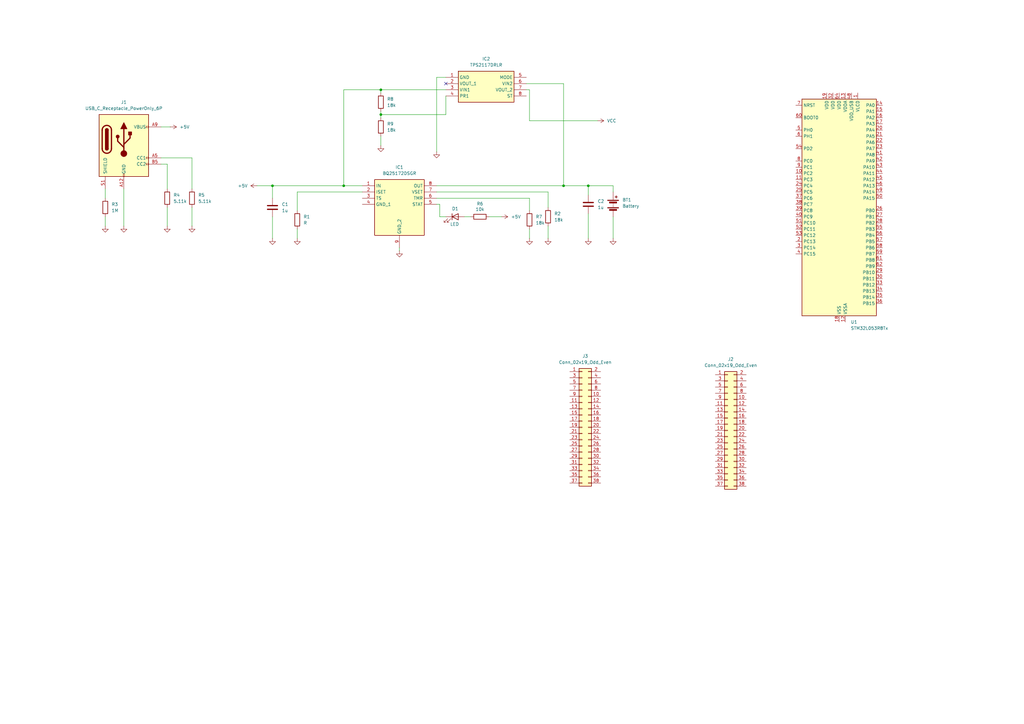
<source format=kicad_sch>
(kicad_sch (version 20231120) (generator "eeschema") (generator_version "8.0")
  (paper "A3")
  (lib_symbols
    (symbol "BQ25172DSGR:BQ25172DSGR"
      (property "Reference" "IC" (at 26.67 7.62 0))
      (property "Value" "BQ25172DSGR" (at 26.67 5.08 0))
      (symbol "BQ25172DSGR_1_1"
        (rectangle (start 5.08 2.54) (end 25.4 -20.32) (stroke (width 0.254)) (fill (type background)))
        (pin passive line (at 0 0 0) (length 5.08) (name "IN") (number "1"))
        (pin passive line (at 0 -2.54 0) (length 5.08) (name "ISET") (number "2"))
        (pin passive line (at 0 -5.08 0) (length 5.08) (name "TS") (number "3"))
        (pin passive line (at 0 -7.62 0) (length 5.08) (name "GND_1") (number "4"))
        (pin passive line (at 30.48 -7.62 180) (length 5.08) (name "STAT") (number "5"))
        (pin passive line (at 30.48 -5.08 180) (length 5.08) (name "TMR") (number "6"))
        (pin passive line (at 30.48 -2.54 180) (length 5.08) (name "VSET") (number "7"))
        (pin passive line (at 30.48 0 180) (length 5.08) (name "OUT") (number "8"))
        (pin passive line (at 15.24 -25.4 90) (length 5.08) (name "GND_2") (number "9"))
      )
    )
    (symbol "Connector:USB_C_Receptacle_PowerOnly_6P" (pin_names (offset 1.016))
      (property "Reference" "J" (at 0 16.51 0))
      (property "Value" "USB_C_Receptacle_PowerOnly_6P" (at 0 13.97 0))
      (symbol "USB_C_Receptacle_PowerOnly_6P_0_0"
        (rectangle (start -0.254 -12.7) (end 0.254 -11.684))
        (rectangle (start 10.16 -7.366) (end 9.144 -7.874))
        (rectangle (start 10.16 -4.826) (end 9.144 -5.334))
        (rectangle (start 10.16 7.874) (end 9.144 7.366))
      )
      (symbol "USB_C_Receptacle_PowerOnly_6P_0_1"
        (rectangle (start -10.16 12.7) (end 10.16 -12.7) (stroke (width 0.254)) (fill (type background)))
        (arc (start -8.89 -1.27) (mid -6.985 -3.1667) (end -5.08 -1.27) (stroke (width 0.508)))
        (arc (start -7.62 -1.27) (mid -6.985 -1.9023) (end -6.35 -1.27) (stroke (width 0.254)))
        (arc (start -7.62 -1.27) (mid -6.985 -1.9023) (end -6.35 -1.27) (stroke (width 0.254)) (fill (type outline)))
        (rectangle (start -7.62 -1.27) (end -6.35 6.35) (stroke (width 0.254)) (fill (type outline)))
        (arc (start -6.35 6.35) (mid -6.985 6.9823) (end -7.62 6.35) (stroke (width 0.254)))
        (arc (start -6.35 6.35) (mid -6.985 6.9823) (end -7.62 6.35) (stroke (width 0.254)) (fill (type outline)))
        (arc (start -5.08 6.35) (mid -6.985 8.2467) (end -8.89 6.35) (stroke (width 0.508)))
        (circle (center -2.54 3.683) (radius 0.635) (stroke (width 0.254)) (fill (type outline)))
        (circle (center 0 -3.302) (radius 1.27) (fill (type outline)))
        (polyline (pts (xy -8.89 -1.27) (xy -8.89 6.35)) (stroke (width 0.508)))
        (polyline (pts (xy -5.08 6.35) (xy -5.08 -1.27)) (stroke (width 0.508)))
        (polyline (pts (xy 0 -3.302) (xy 0 6.858)) (stroke (width 0.508)))
        (polyline (pts (xy 0 -0.762) (xy -2.54 1.778) (xy -2.54 3.048)) (stroke (width 0.508)))
        (polyline (pts (xy 0 0.508) (xy 2.54 3.048) (xy 2.54 4.318)) (stroke (width 0.508)))
        (polyline (pts (xy -1.27 6.858) (xy 0 9.398) (xy 1.27 6.858) (xy -1.27 6.858)) (stroke (width 0.254)) (fill (type outline)))
        (rectangle (start 1.905 4.318) (end 3.175 5.588) (stroke (width 0.254)) (fill (type outline)))
      )
      (symbol "USB_C_Receptacle_PowerOnly_6P_1_1"
        (pin passive line (at 0 -17.78 90) (length 5.08) (name "GND") (number "A12"))
        (pin bidirectional line (at 15.24 -5.08 180) (length 5.08) (name "CC1") (number "A5"))
        (pin passive line (at 15.24 7.62 180) (length 5.08) (name "VBUS") (number "A9"))
        (pin passive line (at 0 -17.78 90) (length 5.08) hide (name "GND") (number "B12"))
        (pin bidirectional line (at 15.24 -7.62 180) (length 5.08) (name "CC2") (number "B5"))
        (pin passive line (at 15.24 7.62 180) (length 5.08) hide (name "VBUS") (number "B9"))
        (pin passive line (at -7.62 -17.78 90) (length 5.08) (name "SHIELD") (number "S1"))
      )
    )
    (symbol "Connector_Generic:Conn_02x19_Odd_Even" (pin_names (offset 1.016) hide)
      (property "Reference" "J" (at 1.27 25.4 0))
      (property "Value" "Conn_02x19_Odd_Even" (at 1.27 -25.4 0))
      (symbol "Conn_02x19_Odd_Even_1_1"
        (rectangle (start -1.27 -22.733) (end 0 -22.987) (stroke (width 0.1524)))
        (rectangle (start -1.27 -20.193) (end 0 -20.447) (stroke (width 0.1524)))
        (rectangle (start -1.27 -17.653) (end 0 -17.907) (stroke (width 0.1524)))
        (rectangle (start -1.27 -15.113) (end 0 -15.367) (stroke (width 0.1524)))
        (rectangle (start -1.27 -12.573) (end 0 -12.827) (stroke (width 0.1524)))
        (rectangle (start -1.27 -10.033) (end 0 -10.287) (stroke (width 0.1524)))
        (rectangle (start -1.27 -7.493) (end 0 -7.747) (stroke (width 0.1524)))
        (rectangle (start -1.27 -4.953) (end 0 -5.207) (stroke (width 0.1524)))
        (rectangle (start -1.27 -2.413) (end 0 -2.667) (stroke (width 0.1524)))
        (rectangle (start -1.27 0.127) (end 0 -0.127) (stroke (width 0.1524)))
        (rectangle (start -1.27 2.667) (end 0 2.413) (stroke (width 0.1524)))
        (rectangle (start -1.27 5.207) (end 0 4.953) (stroke (width 0.1524)))
        (rectangle (start -1.27 7.747) (end 0 7.493) (stroke (width 0.1524)))
        (rectangle (start -1.27 10.287) (end 0 10.033) (stroke (width 0.1524)))
        (rectangle (start -1.27 12.827) (end 0 12.573) (stroke (width 0.1524)))
        (rectangle (start -1.27 15.367) (end 0 15.113) (stroke (width 0.1524)))
        (rectangle (start -1.27 17.907) (end 0 17.653) (stroke (width 0.1524)))
        (rectangle (start -1.27 20.447) (end 0 20.193) (stroke (width 0.1524)))
        (rectangle (start -1.27 22.987) (end 0 22.733) (stroke (width 0.1524)))
        (rectangle (start -1.27 24.13) (end 3.81 -24.13) (stroke (width 0.254)) (fill (type background)))
        (rectangle (start 3.81 -22.733) (end 2.54 -22.987) (stroke (width 0.1524)))
        (rectangle (start 3.81 -20.193) (end 2.54 -20.447) (stroke (width 0.1524)))
        (rectangle (start 3.81 -17.653) (end 2.54 -17.907) (stroke (width 0.1524)))
        (rectangle (start 3.81 -15.113) (end 2.54 -15.367) (stroke (width 0.1524)))
        (rectangle (start 3.81 -12.573) (end 2.54 -12.827) (stroke (width 0.1524)))
        (rectangle (start 3.81 -10.033) (end 2.54 -10.287) (stroke (width 0.1524)))
        (rectangle (start 3.81 -7.493) (end 2.54 -7.747) (stroke (width 0.1524)))
        (rectangle (start 3.81 -4.953) (end 2.54 -5.207) (stroke (width 0.1524)))
        (rectangle (start 3.81 -2.413) (end 2.54 -2.667) (stroke (width 0.1524)))
        (rectangle (start 3.81 0.127) (end 2.54 -0.127) (stroke (width 0.1524)))
        (rectangle (start 3.81 2.667) (end 2.54 2.413) (stroke (width 0.1524)))
        (rectangle (start 3.81 5.207) (end 2.54 4.953) (stroke (width 0.1524)))
        (rectangle (start 3.81 7.747) (end 2.54 7.493) (stroke (width 0.1524)))
        (rectangle (start 3.81 10.287) (end 2.54 10.033) (stroke (width 0.1524)))
        (rectangle (start 3.81 12.827) (end 2.54 12.573) (stroke (width 0.1524)))
        (rectangle (start 3.81 15.367) (end 2.54 15.113) (stroke (width 0.1524)))
        (rectangle (start 3.81 17.907) (end 2.54 17.653) (stroke (width 0.1524)))
        (rectangle (start 3.81 20.447) (end 2.54 20.193) (stroke (width 0.1524)))
        (rectangle (start 3.81 22.987) (end 2.54 22.733) (stroke (width 0.1524)))
        (pin passive line (at -5.08 22.86 0) (length 3.81) (name "Pin_1") (number "1"))
        (pin passive line (at 7.62 12.7 180) (length 3.81) (name "Pin_10") (number "10"))
        (pin passive line (at -5.08 10.16 0) (length 3.81) (name "Pin_11") (number "11"))
        (pin passive line (at 7.62 10.16 180) (length 3.81) (name "Pin_12") (number "12"))
        (pin passive line (at -5.08 7.62 0) (length 3.81) (name "Pin_13") (number "13"))
        (pin passive line (at 7.62 7.62 180) (length 3.81) (name "Pin_14") (number "14"))
        (pin passive line (at -5.08 5.08 0) (length 3.81) (name "Pin_15") (number "15"))
        (pin passive line (at 7.62 5.08 180) (length 3.81) (name "Pin_16") (number "16"))
        (pin passive line (at -5.08 2.54 0) (length 3.81) (name "Pin_17") (number "17"))
        (pin passive line (at 7.62 2.54 180) (length 3.81) (name "Pin_18") (number "18"))
        (pin passive line (at -5.08 0 0) (length 3.81) (name "Pin_19") (number "19"))
        (pin passive line (at 7.62 22.86 180) (length 3.81) (name "Pin_2") (number "2"))
        (pin passive line (at 7.62 0 180) (length 3.81) (name "Pin_20") (number "20"))
        (pin passive line (at -5.08 -2.54 0) (length 3.81) (name "Pin_21") (number "21"))
        (pin passive line (at 7.62 -2.54 180) (length 3.81) (name "Pin_22") (number "22"))
        (pin passive line (at -5.08 -5.08 0) (length 3.81) (name "Pin_23") (number "23"))
        (pin passive line (at 7.62 -5.08 180) (length 3.81) (name "Pin_24") (number "24"))
        (pin passive line (at -5.08 -7.62 0) (length 3.81) (name "Pin_25") (number "25"))
        (pin passive line (at 7.62 -7.62 180) (length 3.81) (name "Pin_26") (number "26"))
        (pin passive line (at -5.08 -10.16 0) (length 3.81) (name "Pin_27") (number "27"))
        (pin passive line (at 7.62 -10.16 180) (length 3.81) (name "Pin_28") (number "28"))
        (pin passive line (at -5.08 -12.7 0) (length 3.81) (name "Pin_29") (number "29"))
        (pin passive line (at -5.08 20.32 0) (length 3.81) (name "Pin_3") (number "3"))
        (pin passive line (at 7.62 -12.7 180) (length 3.81) (name "Pin_30") (number "30"))
        (pin passive line (at -5.08 -15.24 0) (length 3.81) (name "Pin_31") (number "31"))
        (pin passive line (at 7.62 -15.24 180) (length 3.81) (name "Pin_32") (number "32"))
        (pin passive line (at -5.08 -17.78 0) (length 3.81) (name "Pin_33") (number "33"))
        (pin passive line (at 7.62 -17.78 180) (length 3.81) (name "Pin_34") (number "34"))
        (pin passive line (at -5.08 -20.32 0) (length 3.81) (name "Pin_35") (number "35"))
        (pin passive line (at 7.62 -20.32 180) (length 3.81) (name "Pin_36") (number "36"))
        (pin passive line (at -5.08 -22.86 0) (length 3.81) (name "Pin_37") (number "37"))
        (pin passive line (at 7.62 -22.86 180) (length 3.81) (name "Pin_38") (number "38"))
        (pin passive line (at 7.62 20.32 180) (length 3.81) (name "Pin_4") (number "4"))
        (pin passive line (at -5.08 17.78 0) (length 3.81) (name "Pin_5") (number "5"))
        (pin passive line (at 7.62 17.78 180) (length 3.81) (name "Pin_6") (number "6"))
        (pin passive line (at -5.08 15.24 0) (length 3.81) (name "Pin_7") (number "7"))
        (pin passive line (at 7.62 15.24 180) (length 3.81) (name "Pin_8") (number "8"))
        (pin passive line (at -5.08 12.7 0) (length 3.81) (name "Pin_9") (number "9"))
      )
    )
    (symbol "Device:Battery" (pin_numbers hide) (pin_names (offset 0) hide)
      (property "Reference" "BT" (at 2.54 2.54 0))
      (property "Value" "Battery" (at 2.54 0 0))
      (symbol "Battery_0_1"
        (rectangle (start -2.286 -1.27) (end 2.286 -1.524) (fill (type outline)))
        (rectangle (start -2.286 1.778) (end 2.286 1.524) (fill (type outline)))
        (rectangle (start -1.524 -2.032) (end 1.524 -2.54) (fill (type outline)))
        (rectangle (start -1.524 1.016) (end 1.524 0.508) (fill (type outline)))
        (polyline (pts (xy 0 -1.016) (xy 0 -0.762)))
        (polyline (pts (xy 0 -0.508) (xy 0 -0.254)))
        (polyline (pts (xy 0 0) (xy 0 0.254)))
        (polyline (pts (xy 0 1.778) (xy 0 2.54)))
        (polyline (pts (xy 0.762 3.048) (xy 1.778 3.048)) (stroke (width 0.254)))
        (polyline (pts (xy 1.27 3.556) (xy 1.27 2.54)) (stroke (width 0.254)))
      )
      (symbol "Battery_1_1"
        (pin passive line (at 0 5.08 270) (length 2.54) (name "+") (number "1"))
        (pin passive line (at 0 -5.08 90) (length 2.54) (name "-") (number "2"))
      )
    )
    (symbol "Device:C" (pin_numbers hide) (pin_names (offset 0.254))
      (property "Reference" "C" (at 0.635 2.54 0))
      (property "Value" "C" (at 0.635 -2.54 0))
      (symbol "C_0_1"
        (polyline (pts (xy -2.032 -0.762) (xy 2.032 -0.762)) (stroke (width 0.508)))
        (polyline (pts (xy -2.032 0.762) (xy 2.032 0.762)) (stroke (width 0.508)))
      )
      (symbol "C_1_1"
        (pin passive line (at 0 3.81 270) (length 2.794) (name "~") (number "1"))
        (pin passive line (at 0 -3.81 90) (length 2.794) (name "~") (number "2"))
      )
    )
    (symbol "Device:LED" (pin_numbers hide) (pin_names (offset 1.016) hide)
      (property "Reference" "D" (at 0 2.54 0))
      (property "Value" "LED" (at 0 -2.54 0))
      (symbol "LED_0_1"
        (polyline (pts (xy -1.27 -1.27) (xy -1.27 1.27)) (stroke (width 0.254)))
        (polyline (pts (xy -1.27 0) (xy 1.27 0)))
        (polyline (pts (xy 1.27 -1.27) (xy 1.27 1.27) (xy -1.27 0) (xy 1.27 -1.27)) (stroke (width 0.254)))
        (polyline (pts (xy -3.048 -0.762) (xy -4.572 -2.286) (xy -3.81 -2.286) (xy -4.572 -2.286) (xy -4.572 -1.524)))
        (polyline (pts (xy -1.778 -0.762) (xy -3.302 -2.286) (xy -2.54 -2.286) (xy -3.302 -2.286) (xy -3.302 -1.524)))
      )
      (symbol "LED_1_1"
        (pin passive line (at -3.81 0 0) (length 2.54) (name "K") (number "1"))
        (pin passive line (at 3.81 0 180) (length 2.54) (name "A") (number "2"))
      )
    )
    (symbol "Device:R" (pin_numbers hide) (pin_names (offset 0))
      (property "Reference" "R" (at 2.032 0 90))
      (property "Value" "R" (at 0 0 90))
      (symbol "R_0_1"
        (rectangle (start -1.016 -2.54) (end 1.016 2.54) (stroke (width 0.254)))
      )
      (symbol "R_1_1"
        (pin passive line (at 0 3.81 270) (length 1.27) (name "~") (number "1"))
        (pin passive line (at 0 -3.81 90) (length 1.27) (name "~") (number "2"))
      )
    )
    (symbol "MCU_ST_STM32L0:STM32L053R8Tx"
      (property "Reference" "U" (at -15.24 46.99 0))
      (property "Value" "STM32L053R8Tx" (at 10.16 46.99 0))
      (symbol "STM32L053R8Tx_0_1"
        (rectangle (start -15.24 -43.18) (end 15.24 45.72) (stroke (width 0.254)) (fill (type background)))
      )
      (symbol "STM32L053R8Tx_1_1"
        (pin power_in line (at 7.62 48.26 270) (length 2.54) (name "VLCD") (number "1"))
        (pin bidirectional line (at -17.78 15.24 0) (length 2.54) (name "PC2") (number "10"))
        (pin bidirectional line (at -17.78 12.7 0) (length 2.54) (name "PC3") (number "11"))
        (pin power_in line (at 2.54 -45.72 90) (length 2.54) (name "VSSA") (number "12"))
        (pin power_in line (at 2.54 48.26 270) (length 2.54) (name "VDDA") (number "13"))
        (pin bidirectional line (at 17.78 43.18 180) (length 2.54) (name "PA0") (number "14"))
        (pin bidirectional line (at 17.78 40.64 180) (length 2.54) (name "PA1") (number "15"))
        (pin bidirectional line (at 17.78 38.1 180) (length 2.54) (name "PA2") (number "16"))
        (pin bidirectional line (at 17.78 35.56 180) (length 2.54) (name "PA3") (number "17"))
        (pin power_in line (at 0 -45.72 90) (length 2.54) (name "VSS") (number "18"))
        (pin power_in line (at -5.08 48.26 270) (length 2.54) (name "VDD") (number "19"))
        (pin bidirectional line (at -17.78 -12.7 0) (length 2.54) (name "PC13") (number "2"))
        (pin bidirectional line (at 17.78 33.02 180) (length 2.54) (name "PA4") (number "20"))
        (pin bidirectional line (at 17.78 30.48 180) (length 2.54) (name "PA5") (number "21"))
        (pin bidirectional line (at 17.78 27.94 180) (length 2.54) (name "PA6") (number "22"))
        (pin bidirectional line (at 17.78 25.4 180) (length 2.54) (name "PA7") (number "23"))
        (pin bidirectional line (at -17.78 10.16 0) (length 2.54) (name "PC4") (number "24"))
        (pin bidirectional line (at -17.78 7.62 0) (length 2.54) (name "PC5") (number "25"))
        (pin bidirectional line (at 17.78 0 180) (length 2.54) (name "PB0") (number "26"))
        (pin bidirectional line (at 17.78 -2.54 180) (length 2.54) (name "PB1") (number "27"))
        (pin bidirectional line (at 17.78 -5.08 180) (length 2.54) (name "PB2") (number "28"))
        (pin bidirectional line (at 17.78 -25.4 180) (length 2.54) (name "PB10") (number "29"))
        (pin bidirectional line (at -17.78 -15.24 0) (length 2.54) (name "PC14") (number "3"))
        (pin bidirectional line (at 17.78 -27.94 180) (length 2.54) (name "PB11") (number "30"))
        (pin passive line (at 0 -45.72 90) (length 2.54) hide (name "VSS") (number "31"))
        (pin power_in line (at -2.54 48.26 270) (length 2.54) (name "VDD") (number "32"))
        (pin bidirectional line (at 17.78 -30.48 180) (length 2.54) (name "PB12") (number "33"))
        (pin bidirectional line (at 17.78 -33.02 180) (length 2.54) (name "PB13") (number "34"))
        (pin bidirectional line (at 17.78 -35.56 180) (length 2.54) (name "PB14") (number "35"))
        (pin bidirectional line (at 17.78 -38.1 180) (length 2.54) (name "PB15") (number "36"))
        (pin bidirectional line (at -17.78 5.08 0) (length 2.54) (name "PC6") (number "37"))
        (pin bidirectional line (at -17.78 2.54 0) (length 2.54) (name "PC7") (number "38"))
        (pin bidirectional line (at -17.78 0 0) (length 2.54) (name "PC8") (number "39"))
        (pin bidirectional line (at -17.78 -17.78 0) (length 2.54) (name "PC15") (number "4"))
        (pin bidirectional line (at -17.78 -2.54 0) (length 2.54) (name "PC9") (number "40"))
        (pin bidirectional line (at 17.78 22.86 180) (length 2.54) (name "PA8") (number "41"))
        (pin bidirectional line (at 17.78 20.32 180) (length 2.54) (name "PA9") (number "42"))
        (pin bidirectional line (at 17.78 17.78 180) (length 2.54) (name "PA10") (number "43"))
        (pin bidirectional line (at 17.78 15.24 180) (length 2.54) (name "PA11") (number "44"))
        (pin bidirectional line (at 17.78 12.7 180) (length 2.54) (name "PA12") (number "45"))
        (pin bidirectional line (at 17.78 10.16 180) (length 2.54) (name "PA13") (number "46"))
        (pin passive line (at 0 -45.72 90) (length 2.54) hide (name "VSS") (number "47"))
        (pin power_in line (at 5.08 48.26 270) (length 2.54) (name "VDD_USB") (number "48"))
        (pin bidirectional line (at 17.78 7.62 180) (length 2.54) (name "PA14") (number "49"))
        (pin bidirectional line (at -17.78 33.02 0) (length 2.54) (name "PH0") (number "5"))
        (pin bidirectional line (at 17.78 5.08 180) (length 2.54) (name "PA15") (number "50"))
        (pin bidirectional line (at -17.78 -5.08 0) (length 2.54) (name "PC10") (number "51"))
        (pin bidirectional line (at -17.78 -7.62 0) (length 2.54) (name "PC11") (number "52"))
        (pin bidirectional line (at -17.78 -10.16 0) (length 2.54) (name "PC12") (number "53"))
        (pin bidirectional line (at -17.78 25.4 0) (length 2.54) (name "PD2") (number "54"))
        (pin bidirectional line (at 17.78 -7.62 180) (length 2.54) (name "PB3") (number "55"))
        (pin bidirectional line (at 17.78 -10.16 180) (length 2.54) (name "PB4") (number "56"))
        (pin bidirectional line (at 17.78 -12.7 180) (length 2.54) (name "PB5") (number "57"))
        (pin bidirectional line (at 17.78 -15.24 180) (length 2.54) (name "PB6") (number "58"))
        (pin bidirectional line (at 17.78 -17.78 180) (length 2.54) (name "PB7") (number "59"))
        (pin bidirectional line (at -17.78 30.48 0) (length 2.54) (name "PH1") (number "6"))
        (pin input line (at -17.78 38.1 0) (length 2.54) (name "BOOT0") (number "60"))
        (pin bidirectional line (at 17.78 -20.32 180) (length 2.54) (name "PB8") (number "61"))
        (pin bidirectional line (at 17.78 -22.86 180) (length 2.54) (name "PB9") (number "62"))
        (pin passive line (at 0 -45.72 90) (length 2.54) hide (name "VSS") (number "63"))
        (pin power_in line (at 0 48.26 270) (length 2.54) (name "VDD") (number "64"))
        (pin input line (at -17.78 43.18 0) (length 2.54) (name "NRST") (number "7"))
        (pin bidirectional line (at -17.78 20.32 0) (length 2.54) (name "PC0") (number "8"))
        (pin bidirectional line (at -17.78 17.78 0) (length 2.54) (name "PC1") (number "9"))
      )
    )
    (symbol "TPS2117DRLR:TPS2117DRLR"
      (property "Reference" "IC" (at 29.21 7.62 0))
      (property "Value" "TPS2117DRLR" (at 29.21 5.08 0))
      (symbol "TPS2117DRLR_1_1"
        (rectangle (start 5.08 2.54) (end 27.94 -10.16) (stroke (width 0.254)) (fill (type background)))
        (pin passive line (at 0 0 0) (length 5.08) (name "GND") (number "1"))
        (pin passive line (at 0 -2.54 0) (length 5.08) (name "VOUT_1") (number "2"))
        (pin passive line (at 0 -5.08 0) (length 5.08) (name "VIN1") (number "3"))
        (pin passive line (at 0 -7.62 0) (length 5.08) (name "PR1") (number "4"))
        (pin passive line (at 33.02 0 180) (length 5.08) (name "MODE") (number "5"))
        (pin passive line (at 33.02 -2.54 180) (length 5.08) (name "VIN2") (number "6"))
        (pin passive line (at 33.02 -5.08 180) (length 5.08) (name "VOUT_2") (number "7"))
        (pin passive line (at 33.02 -7.62 180) (length 5.08) (name "ST") (number "8"))
      )
    )
    (symbol "power:+5V" (power) (pin_numbers hide) (pin_names (offset 0) hide)
      (property "Value" "+5V" (at 0 3.556 0))
      (symbol "+5V_0_1"
        (polyline (pts (xy -0.762 1.27) (xy 0 2.54)))
        (polyline (pts (xy 0 0) (xy 0 2.54)))
        (polyline (pts (xy 0 2.54) (xy 0.762 1.27)))
      )
      (symbol "+5V_1_1"
        (pin power_in line (at 0 0 90) (length 0) (name "~") (number "1"))
      )
    )
    (symbol "power:GND" (power) (pin_numbers hide) (pin_names (offset 0) hide)
      (property "Value" "GND" (at 0 -3.81 0))
      (symbol "GND_0_1"
        (polyline (pts (xy 0 0) (xy 0 -1.27) (xy 1.27 -1.27) (xy 0 -2.54) (xy -1.27 -1.27) (xy 0 -1.27)))
      )
      (symbol "GND_1_1"
        (pin power_in line (at 0 0 270) (length 0) (name "~") (number "1"))
      )
    )
    (symbol "power:VCC" (power) (pin_numbers hide) (pin_names (offset 0) hide)
      (property "Value" "VCC" (at 0 3.556 0))
      (symbol "VCC_0_1"
        (polyline (pts (xy -0.762 1.27) (xy 0 2.54)))
        (polyline (pts (xy 0 0) (xy 0 2.54)))
        (polyline (pts (xy 0 2.54) (xy 0.762 1.27)))
      )
      (symbol "VCC_1_1"
        (pin power_in line (at 0 0 90) (length 0) (name "~") (number "1"))
      )
    )
  )
  (junction (at 156.21 46.99))
  (junction (at 231.14 76.2))
  (junction (at 140.97 76.2))
  (junction (at 241.3 76.2))
  (junction (at 156.21 36.83))
  (junction (at 111.76 76.2))
  (no_connect (at 182.88 34.29))
  (wire (pts (xy 180.34 88.9) (xy 182.88 88.9)))
  (wire (pts (xy 251.46 76.2) (xy 241.3 76.2)))
  (wire (pts (xy 179.07 76.2) (xy 231.14 76.2)))
  (wire (pts (xy 179.07 31.75) (xy 182.88 31.75)))
  (wire (pts (xy 241.3 76.2) (xy 231.14 76.2)))
  (wire (pts (xy 43.18 88.9) (xy 43.18 92.71)))
  (wire (pts (xy 156.21 46.99) (xy 156.21 48.26)))
  (wire (pts (xy 66.04 64.77) (xy 78.74 64.77)))
  (wire (pts (xy 179.07 83.82) (xy 180.34 83.82)))
  (wire (pts (xy 241.3 76.2) (xy 241.3 80.01)))
  (wire (pts (xy 241.3 87.63) (xy 241.3 97.79)))
  (wire (pts (xy 217.17 49.53) (xy 245.11 49.53)))
  (wire (pts (xy 251.46 88.9) (xy 251.46 97.79)))
  (wire (pts (xy 217.17 36.83) (xy 217.17 49.53)))
  (wire (pts (xy 111.76 81.28) (xy 111.76 76.2)))
  (wire (pts (xy 111.76 88.9) (xy 111.76 97.79)))
  (wire (pts (xy 121.92 93.98) (xy 121.92 97.79)))
  (wire (pts (xy 182.88 36.83) (xy 156.21 36.83)))
  (wire (pts (xy 105.41 76.2) (xy 111.76 76.2)))
  (wire (pts (xy 179.07 62.23) (xy 179.07 31.75)))
  (wire (pts (xy 66.04 52.07) (xy 69.85 52.07)))
  (wire (pts (xy 121.92 78.74) (xy 121.92 86.36)))
  (wire (pts (xy 180.34 83.82) (xy 180.34 88.9)))
  (wire (pts (xy 111.76 76.2) (xy 140.97 76.2)))
  (wire (pts (xy 182.88 46.99) (xy 182.88 39.37)))
  (wire (pts (xy 50.8 77.47) (xy 50.8 92.71)))
  (wire (pts (xy 43.18 77.47) (xy 43.18 81.28)))
  (wire (pts (xy 66.04 67.31) (xy 68.58 67.31)))
  (wire (pts (xy 163.83 101.6) (xy 163.83 102.87)))
  (wire (pts (xy 179.07 78.74) (xy 224.79 78.74)))
  (wire (pts (xy 156.21 46.99) (xy 182.88 46.99)))
  (wire (pts (xy 156.21 45.72) (xy 156.21 46.99)))
  (wire (pts (xy 140.97 76.2) (xy 148.59 76.2)))
  (wire (pts (xy 224.79 85.09) (xy 224.79 78.74)))
  (wire (pts (xy 190.5 88.9) (xy 193.04 88.9)))
  (wire (pts (xy 224.79 92.71) (xy 224.79 97.79)))
  (wire (pts (xy 156.21 36.83) (xy 156.21 38.1)))
  (wire (pts (xy 148.59 78.74) (xy 121.92 78.74)))
  (wire (pts (xy 156.21 36.83) (xy 140.97 36.83)))
  (wire (pts (xy 68.58 85.09) (xy 68.58 92.71)))
  (wire (pts (xy 68.58 67.31) (xy 68.58 77.47)))
  (wire (pts (xy 251.46 78.74) (xy 251.46 76.2)))
  (wire (pts (xy 78.74 85.09) (xy 78.74 92.71)))
  (wire (pts (xy 215.9 36.83) (xy 217.17 36.83)))
  (wire (pts (xy 179.07 81.28) (xy 217.17 81.28)))
  (wire (pts (xy 231.14 34.29) (xy 215.9 34.29)))
  (wire (pts (xy 156.21 55.88) (xy 156.21 59.69)))
  (wire (pts (xy 231.14 76.2) (xy 231.14 34.29)))
  (wire (pts (xy 78.74 64.77) (xy 78.74 77.47)))
  (wire (pts (xy 205.74 88.9) (xy 200.66 88.9)))
  (wire (pts (xy 217.17 81.28) (xy 217.17 86.36)))
  (wire (pts (xy 217.17 93.98) (xy 217.17 97.79)))
  (wire (pts (xy 140.97 36.83) (xy 140.97 76.2)))
  (symbol (lib_id "power:GND") (at 241.3 97.79 0) (unit 1)
    (property "Reference" "#PWR03" (effects (hide yes)))
    (property "Value" "GND" (effects (hide yes)))
    (property "Description" "Power symbol creates a global label with name \"GND\" , ground" (effects (hide yes)))
  )
  (symbol (lib_id "Device:R") (at 78.74 81.28 0) (unit 1)
    (property "Reference" "R5" (at 81.28 80.0099 0) (effects (justify left)))
    (property "Value" "5.11k" (at 81.28 82.5499 0) (effects (justify left)))
    (property "Description" "Resistor" (effects (hide yes)))
  )
  (symbol (lib_id "power:GND") (at 224.79 97.79 0) (unit 1)
    (property "Reference" "#PWR014" (effects (hide yes)))
    (property "Value" "GND" (effects (hide yes)))
    (property "Description" "Power symbol creates a global label with name \"GND\" , ground" (effects (hide yes)))
  )
  (symbol (lib_id "power:GND") (at 156.21 59.69 0) (unit 1)
    (property "Reference" "#PWR017" (effects (hide yes)))
    (property "Value" "GND" (effects (hide yes)))
    (property "Description" "Power symbol creates a global label with name \"GND\" , ground" (effects (hide yes)))
  )
  (symbol (lib_id "Connector:USB_C_Receptacle_PowerOnly_6P") (at 50.8 59.69 0) (unit 1)
    (property "Reference" "J1" (at 50.8 41.91 0))
    (property "Value" "USB_C_Receptacle_PowerOnly_6P" (at 50.8 44.45 0))
    (property "Datasheet" "https://www.usb.org/sites/default/files/documents/usb_type-c.zip" (effects (hide yes)))
    (property "Description" "USB Power-Only 6P Type-C Receptacle connector" (effects (hide yes)))
  )
  (symbol (lib_id "power:VCC") (at 245.11 49.53 270) (unit 1)
    (property "Reference" "#PWR06" (effects (hide yes)))
    (property "Value" "VCC" (at 248.92 49.5299 90) (effects (justify left)))
    (property "Description" "Power symbol creates a global label with name \"VCC\"" (effects (hide yes)))
  )
  (symbol (lib_id "power:GND") (at 43.18 92.71 0) (unit 1)
    (property "Reference" "#PWR08" (effects (hide yes)))
    (property "Value" "GND" (effects (hide yes)))
    (property "Description" "Power symbol creates a global label with name \"GND\" , ground" (effects (hide yes)))
  )
  (symbol (lib_id "Connector_Generic:Conn_02x19_Odd_Even") (at 238.76 175.26 0) (unit 1)
    (property "Reference" "J3" (at 240.03 146.05 0))
    (property "Value" "Conn_02x19_Odd_Even" (at 240.03 148.59 0))
    (property "Footprint" "Connector_PinHeader_2.54mm:PinHeader_2x19_P2.54mm_Vertical" (effects (hide yes)))
    (property "Description" "Generic connector, double row, 02x19, odd/even pin numbering scheme (row 1 odd numbers, row 2 even numbers), script generated (kicad-library-utils/schlib/autogen/connector/)" (effects (hide yes)))
  )
  (symbol (lib_id "power:GND") (at 163.83 102.87 0) (unit 1)
    (property "Reference" "#PWR01" (effects (hide yes)))
    (property "Value" "GND" (effects (hide yes)))
    (property "Description" "Power symbol creates a global label with name \"GND\" , ground" (effects (hide yes)))
  )
  (symbol (lib_id "Device:Battery") (at 251.46 83.82 0) (unit 1)
    (property "Reference" "BT1" (at 255.27 81.9784 0) (effects (justify left)))
    (property "Value" "Battery" (at 255.27 84.5184 0) (effects (justify left)))
    (property "Description" "Multiple-cell battery" (effects (hide yes)))
  )
  (symbol (lib_id "TPS2117DRLR:TPS2117DRLR") (at 182.88 31.75 0) (unit 1)
    (property "Reference" "IC2" (at 199.39 24.13 0))
    (property "Value" "TPS2117DRLR" (at 199.39 26.67 0))
    (property "Footprint" "SOTFL50P160X60-8N" (effects (hide yes)))
    (property "Datasheet" "https://www.ti.com/lit/ds/symlink/tps2117.pdf?ts=1704705133749&ref_url=https%253A%252F%252Fwww.ti.com%252Fproduct%252FTPS2117" (effects (hide yes)))
    (property "Description" "Power Switch ICs - Power Distribution 1.6-V to 5.5-V, 20-m?, 4-A low IQ power multiplexer with manual and priority switchover 8-SOT-5X3 -40 to 125" (effects (hide yes)))
    (property "Height" "0.6" (effects (hide yes)))
    (property "Mouser Part Number" "595-TPS2117DRLR" (effects (hide yes)))
    (property "Mouser Price/Stock" "https://www.mouser.co.uk/ProductDetail/Texas-Instruments/TPS2117DRLR?qs=HoCaDK9Nz5c%2FKe5lpCPPWQ%3D%3D" (effects (hide yes)))
    (property "Manufacturer_Name" "Texas Instruments" (effects (hide yes)))
    (property "Manufacturer_Part_Number" "TPS2117DRLR" (effects (hide yes)))
  )
  (symbol (lib_id "Device:LED") (at 186.69 88.9 0) (unit 1)
    (property "Reference" "D1" (at 186.69 85.598 0))
    (property "Value" "LED" (at 186.436 91.948 0))
    (property "Description" "Light emitting diode" (effects (hide yes)))
  )
  (symbol (lib_id "power:GND") (at 121.92 97.79 0) (unit 1)
    (property "Reference" "#PWR04" (effects (hide yes)))
    (property "Value" "GND" (effects (hide yes)))
    (property "Description" "Power symbol creates a global label with name \"GND\" , ground" (effects (hide yes)))
  )
  (symbol (lib_id "Device:R") (at 156.21 41.91 0) (unit 1)
    (property "Reference" "R8" (at 158.75 40.6399 0) (effects (justify left)))
    (property "Value" "18k" (at 158.75 43.1799 0) (effects (justify left)))
    (property "Description" "Resistor" (effects (hide yes)))
  )
  (symbol (lib_id "BQ25172DSGR:BQ25172DSGR") (at 148.59 76.2 0) (unit 1)
    (property "Reference" "IC1" (at 163.83 68.58 0))
    (property "Value" "BQ25172DSGR" (at 163.83 71.12 0))
    (property "Footprint" "SON50P200X200X80-9N" (effects (hide yes)))
    (property "Datasheet" "https://www.arrow.com/en/products/bq25172dsgr/texas-instruments?region=nac" (effects (hide yes)))
    (property "Description" "Battery Management 0.8-A, one- to six-cell NiMH stand-alone linear charger in a QFN package" (effects (hide yes)))
    (property "Height" "0.8" (effects (hide yes)))
    (property "Mouser Part Number" "595-BQ25172DSGR" (effects (hide yes)))
    (property "Mouser Price/Stock" "https://www.mouser.co.uk/ProductDetail/Texas-Instruments/BQ25172DSGR?qs=tlsG%2FOw5FFgckLJXIVn4PA%3D%3D" (effects (hide yes)))
    (property "Manufacturer_Name" "Texas Instruments" (effects (hide yes)))
    (property "Manufacturer_Part_Number" "BQ25172DSGR" (effects (hide yes)))
  )
  (symbol (lib_id "power:+5V") (at 69.85 52.07 270) (unit 1)
    (property "Reference" "#PWR010" (effects (hide yes)))
    (property "Value" "+5V" (at 73.66 52.0699 90) (effects (justify left)))
    (property "Description" "Power symbol creates a global label with name \"+5V\"" (effects (hide yes)))
  )
  (symbol (lib_id "power:+5V") (at 105.41 76.2 90) (unit 1)
    (property "Reference" "#PWR013" (effects (hide yes)))
    (property "Value" "+5V" (at 101.6 76.1999 90) (effects (justify left)))
    (property "Description" "Power symbol creates a global label with name \"+5V\"" (effects (hide yes)))
  )
  (symbol (lib_id "power:GND") (at 68.58 92.71 0) (unit 1)
    (property "Reference" "#PWR011" (effects (hide yes)))
    (property "Value" "GND" (effects (hide yes)))
    (property "Description" "Power symbol creates a global label with name \"GND\" , ground" (effects (hide yes)))
  )
  (symbol (lib_id "power:GND") (at 251.46 97.79 0) (unit 1)
    (property "Reference" "#PWR02" (effects (hide yes)))
    (property "Value" "GND" (effects (hide yes)))
    (property "Description" "Power symbol creates a global label with name \"GND\" , ground" (effects (hide yes)))
  )
  (symbol (lib_id "MCU_ST_STM32L0:STM32L053R8Tx") (at 344.17 86.36 0) (unit 1)
    (property "Reference" "U1" (at 348.9041 132.08 0) (effects (justify left)))
    (property "Value" "STM32L053R8Tx" (at 348.9041 134.62 0) (effects (justify left)))
    (property "Footprint" "Package_QFP:LQFP-64_10x10mm_P0.5mm" (effects (hide yes)))
    (property "Datasheet" "https://www.st.com/resource/en/datasheet/stm32l053r8.pdf" (effects (hide yes)))
    (property "Description" "STMicroelectronics Arm Cortex-M0+ MCU, 64KB flash, 8KB RAM, 32 MHz, 1.65-3.6V, 51 GPIO, LQFP64" (effects (hide yes)))
  )
  (symbol (lib_id "Device:R") (at 43.18 85.09 0) (unit 1)
    (property "Reference" "R3" (at 45.72 83.8199 0) (effects (justify left)))
    (property "Value" "1M" (at 45.72 86.3599 0) (effects (justify left)))
    (property "Description" "Resistor" (effects (hide yes)))
  )
  (symbol (lib_id "Device:R") (at 196.85 88.9 90) (unit 1)
    (property "Reference" "R6" (at 196.85 83.566 90))
    (property "Value" "10k" (at 196.85 85.852 90))
    (property "Description" "Resistor" (effects (hide yes)))
  )
  (symbol (lib_id "power:GND") (at 217.17 97.79 0) (unit 1)
    (property "Reference" "#PWR016" (effects (hide yes)))
    (property "Value" "GND" (effects (hide yes)))
    (property "Description" "Power symbol creates a global label with name \"GND\" , ground" (effects (hide yes)))
  )
  (symbol (lib_id "Device:R") (at 224.79 88.9 0) (unit 1)
    (property "Reference" "R2" (at 227.33 87.6299 0) (effects (justify left)))
    (property "Value" "18k" (at 227.33 90.1699 0) (effects (justify left)))
    (property "Description" "Resistor" (effects (hide yes)))
  )
  (symbol (lib_id "power:GND") (at 50.8 92.71 0) (unit 1)
    (property "Reference" "#PWR09" (effects (hide yes)))
    (property "Value" "GND" (effects (hide yes)))
    (property "Description" "Power symbol creates a global label with name \"GND\" , ground" (effects (hide yes)))
  )
  (symbol (lib_id "power:GND") (at 179.07 62.23 0) (unit 1)
    (property "Reference" "#PWR07" (effects (hide yes)))
    (property "Value" "GND" (effects (hide yes)))
    (property "Description" "Power symbol creates a global label with name \"GND\" , ground" (effects (hide yes)))
  )
  (symbol (lib_id "Device:R") (at 68.58 81.28 0) (unit 1)
    (property "Reference" "R4" (at 71.12 80.0099 0) (effects (justify left)))
    (property "Value" "5.11k" (at 71.12 82.5499 0) (effects (justify left)))
    (property "Description" "Resistor" (effects (hide yes)))
  )
  (symbol (lib_id "power:GND") (at 111.76 97.79 0) (unit 1)
    (property "Reference" "#PWR05" (effects (hide yes)))
    (property "Value" "GND" (effects (hide yes)))
    (property "Description" "Power symbol creates a global label with name \"GND\" , ground" (effects (hide yes)))
  )
  (symbol (lib_id "Connector_Generic:Conn_02x19_Odd_Even") (at 298.45 176.53 0) (unit 1)
    (property "Reference" "J2" (at 299.72 147.32 0))
    (property "Value" "Conn_02x19_Odd_Even" (at 299.72 149.86 0))
    (property "Footprint" "Connector_PinHeader_2.54mm:PinHeader_2x19_P2.54mm_Vertical" (effects (hide yes)))
    (property "Description" "Generic connector, double row, 02x19, odd/even pin numbering scheme (row 1 odd numbers, row 2 even numbers), script generated (kicad-library-utils/schlib/autogen/connector/)" (effects (hide yes)))
  )
  (symbol (lib_id "power:+5V") (at 205.74 88.9 270) (unit 1)
    (property "Reference" "#PWR015" (effects (hide yes)))
    (property "Value" "+5V" (at 209.55 88.8999 90) (effects (justify left)))
    (property "Description" "Power symbol creates a global label with name \"+5V\"" (effects (hide yes)))
  )
  (symbol (lib_id "Device:R") (at 156.21 52.07 0) (unit 1)
    (property "Reference" "R9" (at 158.75 50.7999 0) (effects (justify left)))
    (property "Value" "18k" (at 158.75 53.3399 0) (effects (justify left)))
    (property "Description" "Resistor" (effects (hide yes)))
  )
  (symbol (lib_id "Device:R") (at 121.92 90.17 0) (unit 1)
    (property "Reference" "R1" (at 124.46 88.8999 0) (effects (justify left)))
    (property "Value" "R" (at 124.46 91.4399 0) (effects (justify left)))
    (property "Description" "Resistor" (effects (hide yes)))
  )
  (symbol (lib_id "Device:R") (at 217.17 90.17 0) (unit 1)
    (property "Reference" "R7" (at 219.71 88.8999 0) (effects (justify left)))
    (property "Value" "18k" (at 219.71 91.4399 0) (effects (justify left)))
    (property "Description" "Resistor" (effects (hide yes)))
  )
  (symbol (lib_id "Device:C") (at 241.3 83.82 0) (unit 1)
    (property "Reference" "C2" (at 245.11 82.5499 0) (effects (justify left)))
    (property "Value" "1u" (at 245.11 85.0899 0) (effects (justify left)))
    (property "Description" "Unpolarized capacitor" (effects (hide yes)))
  )
  (symbol (lib_id "Device:C") (at 111.76 85.09 0) (unit 1)
    (property "Reference" "C1" (at 115.57 83.8199 0) (effects (justify left)))
    (property "Value" "1u" (at 115.57 86.3599 0) (effects (justify left)))
    (property "Description" "Unpolarized capacitor" (effects (hide yes)))
  )
  (symbol (lib_id "power:GND") (at 78.74 92.71 0) (unit 1)
    (property "Reference" "#PWR012" (effects (hide yes)))
    (property "Value" "GND" (effects (hide yes)))
    (property "Description" "Power symbol creates a global label with name \"GND\" , ground" (effects (hide yes)))
  )
)
</source>
